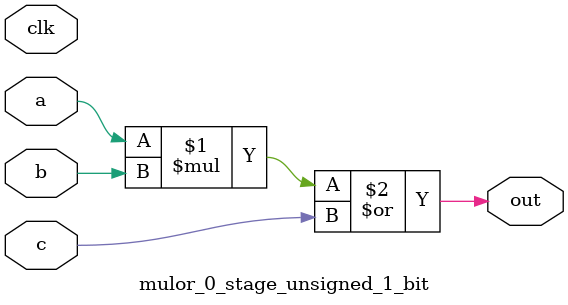
<source format=sv>
(* use_dsp = "yes" *) module mulor_0_stage_unsigned_1_bit(
	input  [0:0] a,
	input  [0:0] b,
	input  [0:0] c,
	output [0:0] out,
	input clk);

	assign out = (a * b) | c;
endmodule

</source>
